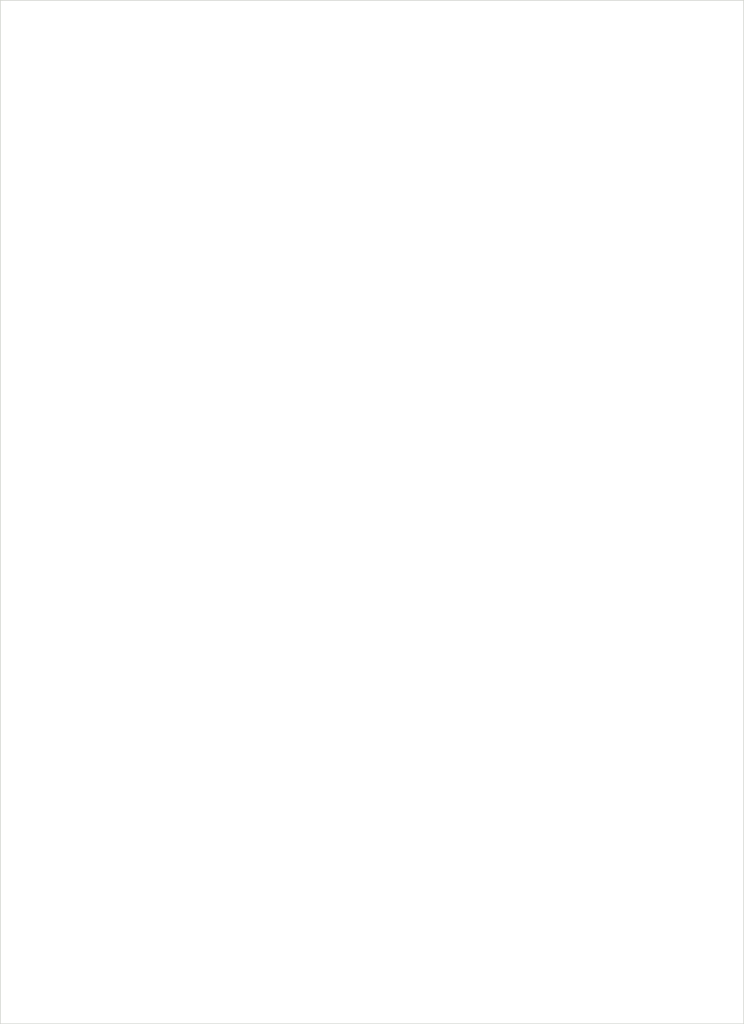
<source format=kicad_pcb>
(kicad_pcb
	(version 20241229)
	(generator "pcbnew")
	(generator_version "9.0")
	(general
		(thickness 1.6)
		(legacy_teardrops no)
	)
	(paper "A4")
	(title_block
		(title "65x Bus 3.3V Prototype Card")
		(date "2026-01-05")
		(rev "0.1")
		(company "65x Bus Project")
		(comment 1 "3.3V LVCMOS Prototyping Card with Level Shifters")
		(comment 2 "160mm x 220mm Eurocard 3U Extended")
	)
	(layers
		(0 "F.Cu" signal)
		(2 "B.Cu" signal)
		(9 "F.Adhes" user "F.Adhesive")
		(11 "B.Adhes" user "B.Adhesive")
		(13 "F.Paste" user)
		(15 "B.Paste" user)
		(5 "F.SilkS" user "F.Silkscreen")
		(7 "B.SilkS" user "B.Silkscreen")
		(1 "F.Mask" user)
		(3 "B.Mask" user)
		(17 "Dwgs.User" user "User.Drawings")
		(19 "Cmts.User" user "User.Comments")
		(21 "Eco1.User" user "User.Eco1")
		(23 "Eco2.User" user "User.Eco2")
		(25 "Edge.Cuts" user)
		(27 "Margin" user)
		(31 "F.CrtYd" user "F.Courtyard")
		(29 "B.CrtYd" user "B.Courtyard")
		(35 "F.Fab" user)
		(33 "B.Fab" user)
		(39 "User.1" user)
		(41 "User.2" user)
		(43 "User.3" user)
		(45 "User.4" user)
		(47 "User.5" user)
		(49 "User.6" user)
		(51 "User.7" user)
		(53 "User.8" user)
		(55 "User.9" user)
	)
	(setup
		(pad_to_mask_clearance 0)
		(allow_soldermask_bridges_in_footprints no)
		(tenting front back)
		(pcbplotparams
			(layerselection 0x00000000_00000000_55555555_5755f5ff)
			(plot_on_all_layers_selection 0x00000000_00000000_00000000_00000000)
			(disableapertmacros no)
			(usegerberextensions no)
			(usegerberattributes yes)
			(usegerberadvancedattributes yes)
			(creategerberjobfile yes)
			(dashed_line_dash_ratio 12.000000)
			(dashed_line_gap_ratio 3.000000)
			(svgprecision 4)
			(plotframeref no)
			(mode 1)
			(useauxorigin no)
			(hpglpennumber 1)
			(hpglpenspeed 20)
			(hpglpendiameter 15.000000)
			(pdf_front_fp_property_popups yes)
			(pdf_back_fp_property_popups yes)
			(pdf_metadata yes)
			(pdf_single_document no)
			(dxfpolygonmode yes)
			(dxfimperialunits yes)
			(dxfusepcbnewfont yes)
			(psnegative no)
			(psa4output no)
			(plot_black_and_white yes)
			(sketchpadsonfab no)
			(plotpadnumbers no)
			(hidednponfab no)
			(sketchdnponfab yes)
			(crossoutdnponfab yes)
			(subtractmaskfromsilk no)
			(outputformat 1)
			(mirror no)
			(drillshape 1)
			(scaleselection 1)
			(outputdirectory "")
		)
	)
	(net 0 "")
	(gr_rect
		(start 0 0)
		(end 160 220)
		(stroke
			(width 0.15)
			(type default)
		)
		(fill no)
		(layer "Edge.Cuts")
		(uuid "00000000-0000-0000-0000-000000000002")
	)
	(embedded_fonts no)
)

</source>
